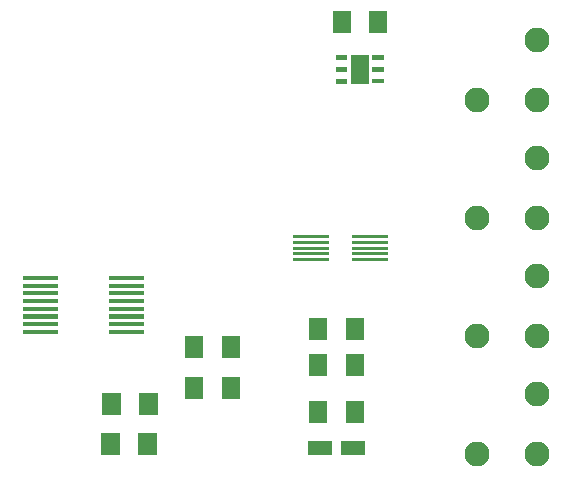
<source format=gtp>
G04 MADE WITH FRITZING*
G04 WWW.FRITZING.ORG*
G04 DOUBLE SIDED*
G04 HOLES PLATED*
G04 CONTOUR ON CENTER OF CONTOUR VECTOR*
%ASAXBY*%
%FSLAX23Y23*%
%MOIN*%
%OFA0B0*%
%SFA1.0B1.0*%
%ADD10C,0.083071*%
%ADD11R,0.062992X0.074803*%
%ADD12R,0.078740X0.047244*%
%LNPASTEMASK1*%
G90*
G70*
G54D10*
X2223Y359D03*
X2423Y359D03*
X2423Y559D03*
X2223Y359D03*
X2423Y359D03*
X2423Y559D03*
X2223Y752D03*
X2423Y752D03*
X2423Y952D03*
X2223Y752D03*
X2423Y752D03*
X2423Y952D03*
X2223Y1540D03*
X2423Y1540D03*
X2423Y1740D03*
X2223Y1540D03*
X2423Y1540D03*
X2423Y1740D03*
X2223Y1146D03*
X2423Y1146D03*
X2423Y1346D03*
X2223Y1146D03*
X2423Y1146D03*
X2423Y1346D03*
G54D11*
X1280Y715D03*
X1402Y715D03*
X1280Y577D03*
X1402Y577D03*
X1693Y498D03*
X1815Y498D03*
G54D12*
X1701Y380D03*
X1811Y380D03*
G54D11*
X1693Y774D03*
X1815Y774D03*
X1693Y656D03*
X1815Y656D03*
X1772Y1797D03*
X1894Y1797D03*
G36*
X1807Y1011D02*
X1925Y1011D01*
X1925Y1001D01*
X1807Y1001D01*
X1807Y1011D01*
G37*
D02*
G36*
X1807Y1031D02*
X1925Y1031D01*
X1925Y1021D01*
X1807Y1021D01*
X1807Y1031D01*
G37*
D02*
G36*
X1807Y1050D02*
X1925Y1050D01*
X1925Y1040D01*
X1807Y1040D01*
X1807Y1050D01*
G37*
D02*
G36*
X1807Y1070D02*
X1925Y1070D01*
X1925Y1060D01*
X1807Y1060D01*
X1807Y1070D01*
G37*
D02*
G36*
X1807Y1090D02*
X1925Y1090D01*
X1925Y1080D01*
X1807Y1080D01*
X1807Y1090D01*
G37*
D02*
G36*
X1610Y1090D02*
X1728Y1090D01*
X1728Y1080D01*
X1610Y1080D01*
X1610Y1090D01*
G37*
D02*
G36*
X1610Y1070D02*
X1728Y1070D01*
X1728Y1060D01*
X1610Y1060D01*
X1610Y1070D01*
G37*
D02*
G36*
X1610Y1050D02*
X1728Y1050D01*
X1728Y1040D01*
X1610Y1040D01*
X1610Y1050D01*
G37*
D02*
G36*
X1610Y1031D02*
X1728Y1031D01*
X1728Y1021D01*
X1610Y1021D01*
X1610Y1031D01*
G37*
D02*
G36*
X1610Y1011D02*
X1728Y1011D01*
X1728Y1001D01*
X1610Y1001D01*
X1610Y1011D01*
G37*
D02*
G36*
X996Y773D02*
X1114Y773D01*
X1114Y759D01*
X996Y759D01*
X996Y773D01*
G37*
D02*
G36*
X996Y798D02*
X1114Y798D01*
X1114Y784D01*
X996Y784D01*
X996Y798D01*
G37*
D02*
G36*
X996Y824D02*
X1114Y824D01*
X1114Y810D01*
X996Y810D01*
X996Y824D01*
G37*
D02*
G36*
X996Y849D02*
X1114Y849D01*
X1114Y836D01*
X996Y836D01*
X996Y849D01*
G37*
D02*
G36*
X996Y875D02*
X1114Y875D01*
X1114Y861D01*
X996Y861D01*
X996Y875D01*
G37*
D02*
G36*
X996Y901D02*
X1114Y901D01*
X1114Y887D01*
X996Y887D01*
X996Y901D01*
G37*
D02*
G36*
X996Y926D02*
X1114Y926D01*
X1114Y912D01*
X996Y912D01*
X996Y926D01*
G37*
D02*
G36*
X996Y952D02*
X1114Y952D01*
X1114Y938D01*
X996Y938D01*
X996Y952D01*
G37*
D02*
G36*
X709Y952D02*
X827Y952D01*
X827Y938D01*
X709Y938D01*
X709Y952D01*
G37*
D02*
G36*
X709Y926D02*
X827Y926D01*
X827Y912D01*
X709Y912D01*
X709Y926D01*
G37*
D02*
G36*
X709Y901D02*
X827Y901D01*
X827Y887D01*
X709Y887D01*
X709Y901D01*
G37*
D02*
G36*
X709Y875D02*
X827Y875D01*
X827Y861D01*
X709Y861D01*
X709Y875D01*
G37*
D02*
G36*
X709Y849D02*
X827Y849D01*
X827Y836D01*
X709Y836D01*
X709Y849D01*
G37*
D02*
G36*
X709Y824D02*
X827Y824D01*
X827Y810D01*
X709Y810D01*
X709Y824D01*
G37*
D02*
G36*
X709Y798D02*
X827Y798D01*
X827Y784D01*
X709Y784D01*
X709Y798D01*
G37*
D02*
G36*
X709Y773D02*
X827Y773D01*
X827Y759D01*
X709Y759D01*
X709Y773D01*
G37*
D02*
G36*
X1093Y354D02*
X1093Y429D01*
X1156Y429D01*
X1156Y354D01*
X1093Y354D01*
G37*
D02*
G36*
X971Y354D02*
X971Y429D01*
X1034Y429D01*
X1034Y354D01*
X971Y354D01*
G37*
D02*
G36*
X1097Y488D02*
X1097Y563D01*
X1160Y563D01*
X1160Y488D01*
X1097Y488D01*
G37*
D02*
G36*
X974Y488D02*
X974Y563D01*
X1037Y563D01*
X1037Y488D01*
X974Y488D01*
G37*
D02*
G36*
X1791Y1671D02*
X1752Y1671D01*
X1752Y1687D01*
X1791Y1687D01*
X1791Y1671D01*
G37*
D02*
G36*
X1791Y1632D02*
X1752Y1632D01*
X1752Y1648D01*
X1791Y1648D01*
X1791Y1632D01*
G37*
D02*
G36*
X1791Y1593D02*
X1752Y1593D01*
X1752Y1608D01*
X1791Y1608D01*
X1791Y1593D01*
G37*
D02*
G36*
X1913Y1594D02*
X1874Y1594D01*
X1874Y1610D01*
X1913Y1610D01*
X1913Y1594D01*
G37*
D02*
G36*
X1913Y1632D02*
X1874Y1632D01*
X1874Y1648D01*
X1913Y1648D01*
X1913Y1632D01*
G37*
D02*
G36*
X1913Y1671D02*
X1874Y1671D01*
X1874Y1687D01*
X1913Y1687D01*
X1913Y1671D01*
G37*
D02*
G36*
X1862Y1593D02*
X1803Y1593D01*
X1803Y1687D01*
X1862Y1687D01*
X1862Y1593D01*
G37*
D02*
G04 End of PasteMask1*
M02*
</source>
